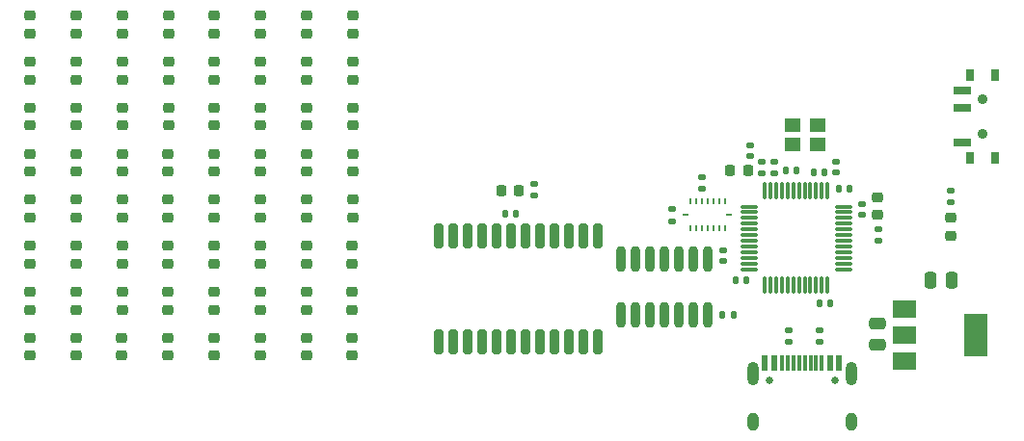
<source format=gbr>
%TF.GenerationSoftware,KiCad,Pcbnew,7.0.7*%
%TF.CreationDate,2026-01-29T00:22:59-05:00*%
%TF.ProjectId,sobc,736f6263-2e6b-4696-9361-645f70636258,rev?*%
%TF.SameCoordinates,Original*%
%TF.FileFunction,Soldermask,Top*%
%TF.FilePolarity,Negative*%
%FSLAX46Y46*%
G04 Gerber Fmt 4.6, Leading zero omitted, Abs format (unit mm)*
G04 Created by KiCad (PCBNEW 7.0.7) date 2026-01-29 00:22:59*
%MOMM*%
%LPD*%
G01*
G04 APERTURE LIST*
G04 Aperture macros list*
%AMRoundRect*
0 Rectangle with rounded corners*
0 $1 Rounding radius*
0 $2 $3 $4 $5 $6 $7 $8 $9 X,Y pos of 4 corners*
0 Add a 4 corners polygon primitive as box body*
4,1,4,$2,$3,$4,$5,$6,$7,$8,$9,$2,$3,0*
0 Add four circle primitives for the rounded corners*
1,1,$1+$1,$2,$3*
1,1,$1+$1,$4,$5*
1,1,$1+$1,$6,$7*
1,1,$1+$1,$8,$9*
0 Add four rect primitives between the rounded corners*
20,1,$1+$1,$2,$3,$4,$5,0*
20,1,$1+$1,$4,$5,$6,$7,0*
20,1,$1+$1,$6,$7,$8,$9,0*
20,1,$1+$1,$8,$9,$2,$3,0*%
G04 Aperture macros list end*
%ADD10RoundRect,0.218750X0.256250X-0.218750X0.256250X0.218750X-0.256250X0.218750X-0.256250X-0.218750X0*%
%ADD11RoundRect,0.140000X0.170000X-0.140000X0.170000X0.140000X-0.170000X0.140000X-0.170000X-0.140000X0*%
%ADD12RoundRect,0.135000X-0.185000X0.135000X-0.185000X-0.135000X0.185000X-0.135000X0.185000X0.135000X0*%
%ADD13RoundRect,0.252000X-0.150000X0.835000X-0.150000X-0.835000X0.150000X-0.835000X0.150000X0.835000X0*%
%ADD14RoundRect,0.135000X0.185000X-0.135000X0.185000X0.135000X-0.185000X0.135000X-0.185000X-0.135000X0*%
%ADD15RoundRect,0.250000X0.475000X-0.250000X0.475000X0.250000X-0.475000X0.250000X-0.475000X-0.250000X0*%
%ADD16RoundRect,0.140000X-0.140000X-0.170000X0.140000X-0.170000X0.140000X0.170000X-0.140000X0.170000X0*%
%ADD17RoundRect,0.175750X0.221250X-0.951250X0.221250X0.951250X-0.221250X0.951250X-0.221250X-0.951250X0*%
%ADD18R,2.000000X1.500000*%
%ADD19R,2.000000X3.800000*%
%ADD20RoundRect,0.225000X0.225000X0.250000X-0.225000X0.250000X-0.225000X-0.250000X0.225000X-0.250000X0*%
%ADD21RoundRect,0.140000X-0.170000X0.140000X-0.170000X-0.140000X0.170000X-0.140000X0.170000X0.140000X0*%
%ADD22RoundRect,0.218750X0.218750X0.256250X-0.218750X0.256250X-0.218750X-0.256250X0.218750X-0.256250X0*%
%ADD23R,1.400000X1.200000*%
%ADD24C,0.650000*%
%ADD25R,0.600000X1.450000*%
%ADD26R,0.300000X1.450000*%
%ADD27O,1.000000X2.100000*%
%ADD28O,1.000000X1.600000*%
%ADD29RoundRect,0.140000X0.140000X0.170000X-0.140000X0.170000X-0.140000X-0.170000X0.140000X-0.170000X0*%
%ADD30R,0.250000X0.475000*%
%ADD31R,0.475000X0.250000*%
%ADD32RoundRect,0.218750X-0.256250X0.218750X-0.256250X-0.218750X0.256250X-0.218750X0.256250X0.218750X0*%
%ADD33RoundRect,0.250000X0.250000X0.475000X-0.250000X0.475000X-0.250000X-0.475000X0.250000X-0.475000X0*%
%ADD34RoundRect,0.225000X-0.250000X0.225000X-0.250000X-0.225000X0.250000X-0.225000X0.250000X0.225000X0*%
%ADD35RoundRect,0.075000X-0.075000X0.662500X-0.075000X-0.662500X0.075000X-0.662500X0.075000X0.662500X0*%
%ADD36RoundRect,0.075000X-0.662500X0.075000X-0.662500X-0.075000X0.662500X-0.075000X0.662500X0.075000X0*%
%ADD37R,0.800000X1.000000*%
%ADD38C,0.900000*%
%ADD39R,1.500000X0.700000*%
G04 APERTURE END LIST*
D10*
%TO.C,D18*%
X179845000Y-90575000D03*
X179845000Y-89000000D03*
%TD*%
%TO.C,D17*%
X208165000Y-86525000D03*
X208165000Y-84950000D03*
%TD*%
D11*
%TO.C,C3*%
X250575000Y-94703400D03*
X250575000Y-93743400D03*
%TD*%
D12*
%TO.C,R7*%
X236220000Y-97940000D03*
X236220000Y-98960000D03*
%TD*%
D13*
%TO.C,Level Shifter*%
X239345000Y-102288400D03*
X238075000Y-102288400D03*
X236805000Y-102288400D03*
X235535000Y-102288400D03*
X234265000Y-102288400D03*
X232995000Y-102288400D03*
X231725000Y-102288400D03*
X231725000Y-107238400D03*
X232995000Y-107238400D03*
X234265000Y-107238400D03*
X235535000Y-107238400D03*
X236805000Y-107238400D03*
X238075000Y-107238400D03*
X239345000Y-107238400D03*
%TD*%
D10*
%TO.C,D21*%
X191980000Y-90575000D03*
X191980000Y-89000000D03*
%TD*%
%TO.C,D24*%
X204115000Y-90570000D03*
X204115000Y-88995000D03*
%TD*%
%TO.C,D57*%
X208140000Y-106755000D03*
X208140000Y-105180000D03*
%TD*%
D11*
%TO.C,C14*%
X238831600Y-96096400D03*
X238831600Y-95136400D03*
%TD*%
D10*
%TO.C,D33*%
X208155000Y-94620000D03*
X208155000Y-93045000D03*
%TD*%
%TO.C,D36*%
X187925000Y-98665000D03*
X187925000Y-97090000D03*
%TD*%
%TO.C,D50*%
X179825000Y-106760000D03*
X179825000Y-105185000D03*
%TD*%
D14*
%TO.C,R3*%
X246502400Y-109588400D03*
X246502400Y-108568400D03*
%TD*%
D10*
%TO.C,D23*%
X200070000Y-90570000D03*
X200070000Y-88995000D03*
%TD*%
%TO.C,D3*%
X183900000Y-82480000D03*
X183900000Y-80905000D03*
%TD*%
D15*
%TO.C,C12*%
X254275000Y-109843400D03*
X254275000Y-107943400D03*
%TD*%
D10*
%TO.C,D6*%
X196035000Y-82480000D03*
X196035000Y-80905000D03*
%TD*%
%TO.C,D41*%
X208150000Y-98665000D03*
X208150000Y-97090000D03*
%TD*%
D16*
%TO.C,C11*%
X246185000Y-94483400D03*
X247145000Y-94483400D03*
%TD*%
D14*
%TO.C,R2*%
X249194800Y-109588400D03*
X249194800Y-108568400D03*
%TD*%
D17*
%TO.C,MAX7219*%
X215724600Y-109575400D03*
X216994600Y-109575400D03*
X218264600Y-109575400D03*
X219534600Y-109575400D03*
X220804600Y-109575400D03*
X222074600Y-109575400D03*
X223344600Y-109575400D03*
X224614600Y-109575400D03*
X225884600Y-109575400D03*
X227154600Y-109575400D03*
X228424600Y-109575400D03*
X229694600Y-109575400D03*
X229694600Y-100265400D03*
X228424600Y-100265400D03*
X227154600Y-100265400D03*
X225884600Y-100265400D03*
X224614600Y-100265400D03*
X223344600Y-100265400D03*
X222074600Y-100265400D03*
X220804600Y-100265400D03*
X219534600Y-100265400D03*
X218264600Y-100265400D03*
X216994600Y-100265400D03*
X215724600Y-100265400D03*
%TD*%
D10*
%TO.C,D34*%
X179835000Y-98665000D03*
X179835000Y-97090000D03*
%TD*%
%TO.C,D55*%
X200050000Y-106760000D03*
X200050000Y-105185000D03*
%TD*%
D18*
%TO.C,AMS1117*%
X256605000Y-106663400D03*
X256605000Y-108963400D03*
D19*
X262905000Y-108963400D03*
D18*
X256605000Y-111263400D03*
%TD*%
D10*
%TO.C,D56*%
X204095000Y-106755000D03*
X204095000Y-105180000D03*
%TD*%
%TO.C,D9*%
X208170000Y-82480000D03*
X208170000Y-80905000D03*
%TD*%
%TO.C,D30*%
X196020000Y-94620000D03*
X196020000Y-93045000D03*
%TD*%
%TO.C,D52*%
X187915000Y-106760000D03*
X187915000Y-105185000D03*
%TD*%
%TO.C,D28*%
X187930000Y-94620000D03*
X187930000Y-93045000D03*
%TD*%
%TO.C,D35*%
X183880000Y-98665000D03*
X183880000Y-97090000D03*
%TD*%
%TO.C,D5*%
X191990000Y-82480000D03*
X191990000Y-80905000D03*
%TD*%
%TO.C,D63*%
X200045000Y-110805000D03*
X200045000Y-109230000D03*
%TD*%
D11*
%TO.C,C7*%
X244095000Y-94733400D03*
X244095000Y-93773400D03*
%TD*%
D10*
%TO.C,D62*%
X196000000Y-110805000D03*
X196000000Y-109230000D03*
%TD*%
D20*
%TO.C,C16*%
X222744600Y-96280400D03*
X221194600Y-96280400D03*
%TD*%
D10*
%TO.C,D31*%
X200065000Y-94620000D03*
X200065000Y-93045000D03*
%TD*%
%TO.C,D8*%
X204125000Y-82480000D03*
X204125000Y-80905000D03*
%TD*%
D21*
%TO.C,C15*%
X240685000Y-101513400D03*
X240685000Y-102473400D03*
%TD*%
D10*
%TO.C,D65*%
X208135000Y-110805000D03*
X208135000Y-109230000D03*
%TD*%
D16*
%TO.C,C9*%
X250848400Y-96099000D03*
X251808400Y-96099000D03*
%TD*%
D10*
%TO.C,D44*%
X187920000Y-102715000D03*
X187920000Y-101140000D03*
%TD*%
D11*
%TO.C,C8*%
X243085000Y-93283400D03*
X243085000Y-92323400D03*
%TD*%
D10*
%TO.C,D61*%
X191955000Y-110805000D03*
X191955000Y-109230000D03*
%TD*%
%TO.C,D54*%
X196005000Y-106760000D03*
X196005000Y-105185000D03*
%TD*%
%TO.C,D60*%
X187910000Y-110805000D03*
X187910000Y-109230000D03*
%TD*%
D22*
%TO.C,FB1*%
X242862500Y-94553400D03*
X241287500Y-94553400D03*
%TD*%
D10*
%TO.C,D19*%
X183890000Y-90575000D03*
X183890000Y-89000000D03*
%TD*%
%TO.C,D32*%
X204110000Y-94620000D03*
X204110000Y-93045000D03*
%TD*%
D23*
%TO.C,Y1*%
X248975000Y-90503400D03*
X246775000Y-90503400D03*
X246775000Y-92203400D03*
X248975000Y-92203400D03*
%TD*%
D10*
%TO.C,D40*%
X204105000Y-98665000D03*
X204105000Y-97090000D03*
%TD*%
D14*
%TO.C,R5*%
X260695000Y-97303400D03*
X260695000Y-96283400D03*
%TD*%
D10*
%TO.C,D10*%
X179850000Y-86530000D03*
X179850000Y-84955000D03*
%TD*%
D24*
%TO.C,J3*%
X244730000Y-112930000D03*
X250510000Y-112930000D03*
D25*
X244370000Y-111485000D03*
X245170000Y-111485000D03*
D26*
X246370000Y-111485000D03*
X247370000Y-111485000D03*
X247870000Y-111485000D03*
X248870000Y-111485000D03*
D25*
X250070000Y-111485000D03*
X250870000Y-111485000D03*
X250870000Y-111485000D03*
X250070000Y-111485000D03*
D26*
X249370000Y-111485000D03*
X248370000Y-111485000D03*
X246870000Y-111485000D03*
X245870000Y-111485000D03*
D25*
X245170000Y-111485000D03*
X244370000Y-111485000D03*
D27*
X243300000Y-112400000D03*
D28*
X243300000Y-116580000D03*
D27*
X251940000Y-112400000D03*
D28*
X251940000Y-116580000D03*
%TD*%
D10*
%TO.C,D53*%
X191960000Y-106760000D03*
X191960000Y-105185000D03*
%TD*%
D16*
%TO.C,C18*%
X240655000Y-107203400D03*
X241615000Y-107203400D03*
%TD*%
D21*
%TO.C,C1*%
X252903200Y-97473200D03*
X252903200Y-98433200D03*
%TD*%
D10*
%TO.C,D64*%
X204090000Y-110805000D03*
X204090000Y-109230000D03*
%TD*%
D29*
%TO.C,C2*%
X250132000Y-106233600D03*
X249172000Y-106233600D03*
%TD*%
D30*
%TO.C,U3*%
X237839600Y-97250400D03*
X238339600Y-97250400D03*
X238839600Y-97250400D03*
X239339600Y-97250400D03*
X239839600Y-97250400D03*
X240339600Y-97250400D03*
X240839600Y-97250400D03*
D31*
X241249600Y-98400400D03*
D30*
X240839600Y-99560400D03*
X240339600Y-99560400D03*
X239839600Y-99560400D03*
X239339600Y-99570400D03*
X238839600Y-99570400D03*
X238339600Y-99570400D03*
X237839600Y-99570400D03*
D31*
X237429600Y-98410400D03*
%TD*%
D10*
%TO.C,D48*%
X204100000Y-102710000D03*
X204100000Y-101135000D03*
%TD*%
%TO.C,D29*%
X191975000Y-94620000D03*
X191975000Y-93045000D03*
%TD*%
%TO.C,D15*%
X200075000Y-86525000D03*
X200075000Y-84950000D03*
%TD*%
%TO.C,D45*%
X191965000Y-102710000D03*
X191965000Y-101135000D03*
%TD*%
D12*
%TO.C,R6*%
X224109600Y-95705400D03*
X224109600Y-96725400D03*
%TD*%
D10*
%TO.C,D43*%
X183875000Y-102715000D03*
X183875000Y-101140000D03*
%TD*%
%TO.C,D59*%
X183865000Y-110805000D03*
X183865000Y-109230000D03*
%TD*%
%TO.C,D51*%
X183870000Y-106760000D03*
X183870000Y-105185000D03*
%TD*%
D32*
%TO.C,D1*%
X260665000Y-98655900D03*
X260665000Y-100230900D03*
%TD*%
D10*
%TO.C,D26*%
X179840000Y-94620000D03*
X179840000Y-93045000D03*
%TD*%
%TO.C,D22*%
X196025000Y-90575000D03*
X196025000Y-89000000D03*
%TD*%
%TO.C,D47*%
X200055000Y-102710000D03*
X200055000Y-101135000D03*
%TD*%
%TO.C,D27*%
X183885000Y-94620000D03*
X183885000Y-93045000D03*
%TD*%
D33*
%TO.C,C13*%
X260795000Y-104163400D03*
X258895000Y-104163400D03*
%TD*%
D14*
%TO.C,R1*%
X254325600Y-100698400D03*
X254325600Y-99678400D03*
%TD*%
D10*
%TO.C,D25*%
X208160000Y-90570000D03*
X208160000Y-88995000D03*
%TD*%
D34*
%TO.C,C5*%
X254224000Y-96873400D03*
X254224000Y-98423400D03*
%TD*%
D10*
%TO.C,D42*%
X179830000Y-102715000D03*
X179830000Y-101140000D03*
%TD*%
%TO.C,D14*%
X196030000Y-86525000D03*
X196030000Y-84950000D03*
%TD*%
%TO.C,D39*%
X200060000Y-98665000D03*
X200060000Y-97090000D03*
%TD*%
%TO.C,D49*%
X208145000Y-102710000D03*
X208145000Y-101135000D03*
%TD*%
%TO.C,D46*%
X196010000Y-102710000D03*
X196010000Y-101135000D03*
%TD*%
D35*
%TO.C,U6*%
X249862000Y-96279900D03*
X249362000Y-96279900D03*
X248862000Y-96279900D03*
X248362000Y-96279900D03*
X247862000Y-96279900D03*
X247362000Y-96279900D03*
X246862000Y-96279900D03*
X246362000Y-96279900D03*
X245862000Y-96279900D03*
X245362000Y-96279900D03*
X244862000Y-96279900D03*
X244362000Y-96279900D03*
D36*
X242949500Y-97692400D03*
X242949500Y-98192400D03*
X242949500Y-98692400D03*
X242949500Y-99192400D03*
X242949500Y-99692400D03*
X242949500Y-100192400D03*
X242949500Y-100692400D03*
X242949500Y-101192400D03*
X242949500Y-101692400D03*
X242949500Y-102192400D03*
X242949500Y-102692400D03*
X242949500Y-103192400D03*
D35*
X244362000Y-104604900D03*
X244862000Y-104604900D03*
X245362000Y-104604900D03*
X245862000Y-104604900D03*
X246362000Y-104604900D03*
X246862000Y-104604900D03*
X247362000Y-104604900D03*
X247862000Y-104604900D03*
X248362000Y-104604900D03*
X248862000Y-104604900D03*
X249362000Y-104604900D03*
X249862000Y-104604900D03*
D36*
X251274500Y-103192400D03*
X251274500Y-102692400D03*
X251274500Y-102192400D03*
X251274500Y-101692400D03*
X251274500Y-101192400D03*
X251274500Y-100692400D03*
X251274500Y-100192400D03*
X251274500Y-99692400D03*
X251274500Y-99192400D03*
X251274500Y-98692400D03*
X251274500Y-98192400D03*
X251274500Y-97692400D03*
%TD*%
D10*
%TO.C,D16*%
X204120000Y-86525000D03*
X204120000Y-84950000D03*
%TD*%
D37*
%TO.C,SW1*%
X262370000Y-93420000D03*
X264580000Y-93420000D03*
D38*
X263480000Y-91270000D03*
X263480000Y-88270000D03*
D37*
X262370000Y-86120000D03*
X264580000Y-86120000D03*
D39*
X261720000Y-92020000D03*
X261720000Y-89020000D03*
X261720000Y-87520000D03*
%TD*%
D10*
%TO.C,D2*%
X179855000Y-82480000D03*
X179855000Y-80905000D03*
%TD*%
%TO.C,D4*%
X187945000Y-82480000D03*
X187945000Y-80905000D03*
%TD*%
%TO.C,D12*%
X187940000Y-86525000D03*
X187940000Y-84950000D03*
%TD*%
D16*
%TO.C,C10*%
X248645000Y-94723400D03*
X249605000Y-94723400D03*
%TD*%
D10*
%TO.C,D20*%
X187935000Y-90575000D03*
X187935000Y-89000000D03*
%TD*%
D29*
%TO.C,C17*%
X222539600Y-98320400D03*
X221579600Y-98320400D03*
%TD*%
D10*
%TO.C,D11*%
X183895000Y-86530000D03*
X183895000Y-84955000D03*
%TD*%
%TO.C,D58*%
X179820000Y-110805000D03*
X179820000Y-109230000D03*
%TD*%
%TO.C,D37*%
X191970000Y-98665000D03*
X191970000Y-97090000D03*
%TD*%
%TO.C,D38*%
X196015000Y-98665000D03*
X196015000Y-97090000D03*
%TD*%
%TO.C,D13*%
X191985000Y-86525000D03*
X191985000Y-84950000D03*
%TD*%
D11*
%TO.C,C6*%
X245181600Y-94724800D03*
X245181600Y-93764800D03*
%TD*%
D10*
%TO.C,D7*%
X200080000Y-82480000D03*
X200080000Y-80905000D03*
%TD*%
D29*
%TO.C,C4*%
X242735000Y-104133400D03*
X241775000Y-104133400D03*
%TD*%
M02*

</source>
